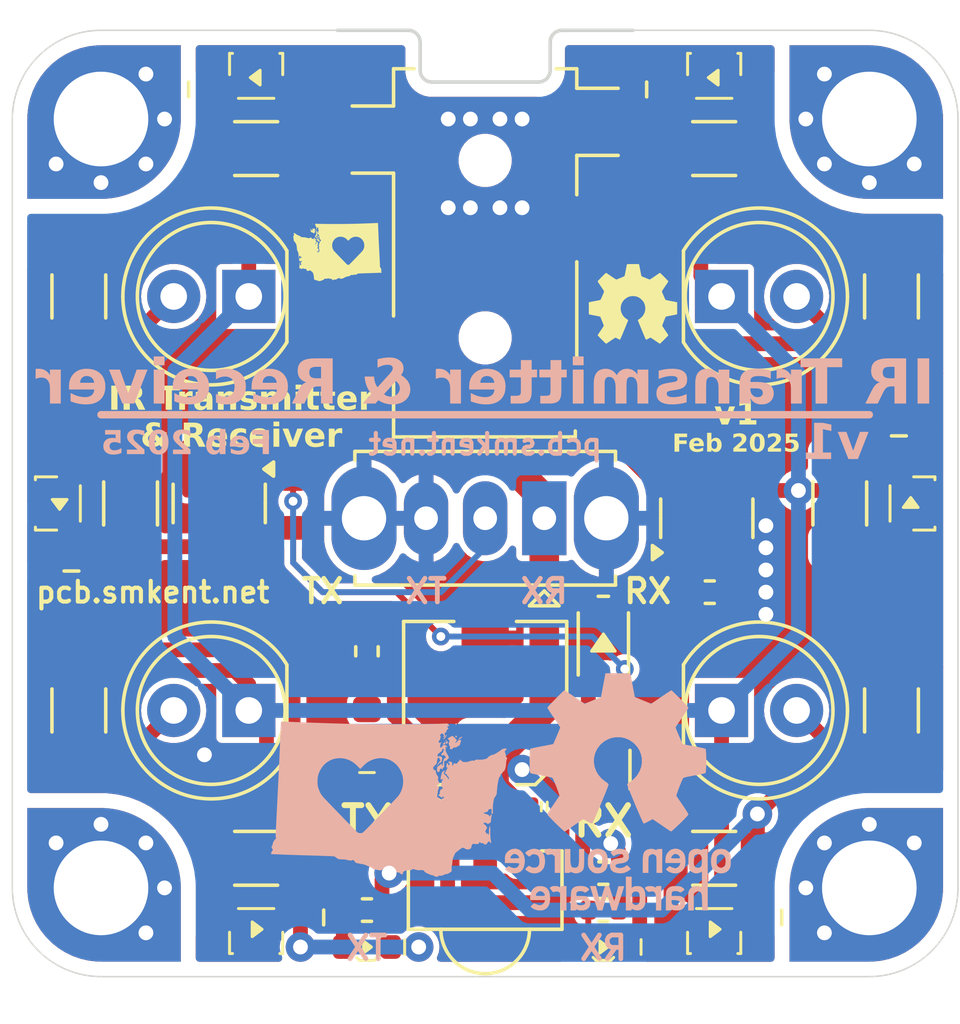
<source format=kicad_pcb>
(kicad_pcb (version 20240108) (generator "pcbnew") (generator_version "8.0")
  (layers (0 "F.Cu" signal) (31 "B.Cu" signal) (34 "B.Paste" user) (35 "F.Paste" user) (36 "B.SilkS" user "B.Silkscreen") (37 "F.SilkS" user "F.Silkscreen") (38 "B.Mask" user) (39 "F.Mask" user) (44 "Edge.Cuts" user))
  (net 0 "")
  (net 1 "IR_RX_OR_TX")
  (net 2 "GND")
  (net 4 "VCC")
  (net 5 "Net-(LED0-A)")
  (net 6 "/IR_RX")
  (net 7 "IR_TX_GND")
  (net 8 "IR_SELECT")
  (net 9 "IR_TX_VCC")
  (net 10 "Net-(SW1-B)")
  (net 11 "/TX_A_1")
  (net 12 "/TX_A_2")
  (net 13 "/TX_A_3")
  (net 14 "/TX_A_4")
  (net 15 "/TX_A_5")
  (net 16 "/TX_A_6")
  (net 17 "/TX_A_7")
  (net 18 "/TX_A_8")
  (net 19 "/TX_A_9")
  (net 20 "/TX_A_10")
  (net 21 "Net-(LED11-A)")
  (net 22 "Net-(LED12-A)")
  (net 23 "/IR_RX_OUT")
  (footprint "Resistor_SMD:R_1206_3216Metric" (layer "F.Cu") (at 43.75 24)
    (property "Reference" "R1" (hide yes))
    (property "Value" "51R")
    (pad "1" smd roundrect (at -1.4625 0) (size 1.125 1.75) (layers "F.Cu" "F.Paste" "F.Mask") (roundrect_rratio 0.222222) (net 9 "IR_TX_VCC"))
    (pad "2" smd roundrect (at 1.4625 0) (size 1.125 1.75) (layers "F.Cu" "F.Paste" "F.Mask") (roundrect_rratio 0.222222) (net 11 "/TX_A_1"))
  )
  (footprint "Resistor_SMD:R_1206_3216Metric" (layer "F.Cu") (at 28.25 24)
    (property "Reference" "R6" (hide yes))
    (property "Value" "51R")
    (pad "1" smd roundrect (at -1.4625 0) (size 1.125 1.75) (layers "F.Cu" "F.Paste" "F.Mask") (roundrect_rratio 0.222222) (net 9 "IR_TX_VCC"))
    (pad "2" smd roundrect (at 1.4625 0) (size 1.125 1.75) (layers "F.Cu" "F.Paste" "F.Mask") (roundrect_rratio 0.222222) (net 16 "/TX_A_6"))
  )
  (footprint "Resistor_SMD:R_1206_3216Metric" (layer "F.Cu") (at 22.25 43 -90)
    (property "Reference" "R9" (hide yes))
    (property "Value" "51R")
    (pad "1" smd roundrect (at -1.4625 0 270) (size 1.125 1.75) (layers "F.Cu" "F.Paste" "F.Mask") (roundrect_rratio 0.222222) (net 9 "IR_TX_VCC"))
    (pad "2" smd roundrect (at 1.4625 0 270) (size 1.125 1.75) (layers "F.Cu" "F.Paste" "F.Mask") (roundrect_rratio 0.222222) (net 19 "/TX_A_9"))
  )
  (footprint "electromechanical:SW_Slide_SPDT_Straight_CK_OS102011MS2Q" (layer "F.Cu") (at 38 36.5 180)
    (property "Reference" "SW1" (hide yes))
    (property "Value" "SW_SPDT_MountingPin")
    (pad "1" thru_hole rect (at 0 0 180) (size 1.5 2.5) (drill 0.8) (layers "*.Cu" "*.Mask") (net 4 "VCC"))
    (pad "2" thru_hole oval (at 2 0 180) (size 1.5 2.5) (drill 0.8) (layers "*.Cu" "*.Mask") (net 10 "Net-(SW1-B)"))
    (pad "3" thru_hole oval (at 4 0 180) (size 1.5 2.5) (drill 0.8) (layers "*.Cu" "*.Mask") (net 2 "GND"))
    (pad "MP" thru_hole oval (at -2.1 0 180) (size 2.2 3.5) (drill 1.5) (layers "*.Cu" "*.Mask") (net 2 "GND"))
    (pad "MP" thru_hole oval (at 6.1 0 180) (size 2.2 3.5) (drill 1.5) (layers "*.Cu" "*.Mask") (net 2 "GND"))
  )
  (footprint "graphics:wa-state-heart-3mm" (layer "F.Cu") (at 31 27.5)
    (property "Reference" "G***" (hide yes))
    (property "Value" "LOGO" (hide yes))
  )
  (footprint "discrete:LED_IR_SideEmitter_1206_3216Metric" (layer "F.Cu") (at 28.25 22)
    (property "Reference" "LED6" (hide yes))
    (property "Value" "XYC-IR26C-LX4")
    (pad "1" smd roundrect (at -1.4 0) (size 1.25 0.6) (layers "F.Cu" "F.Paste" "F.Mask") (roundrect_rratio 0.2) (net 7 "IR_TX_GND"))
    (pad "2" smd roundrect (at 1.4 0) (size 1.25 0.6) (layers "F.Cu" "F.Paste" "F.Mask") (roundrect_rratio 0.2) (net 16 "/TX_A_6"))
  )
  (footprint "discrete:LED_SideEmitter_1.7x1.1mm" (layer "F.Cu") (at 32 51 180)
    (property "Reference" "LED11" (hide yes))
    (property "Value" "XL-1606SURC")
    (pad "1" smd roundrect (at -0.8 0 270) (size 0.8 0.7) (layers "F.Cu" "F.Paste" "F.Mask") (net 7 "IR_TX_GND"))
    (pad "2" smd roundrect (at 0.8 0 270) (size 0.8 0.7) (layers "F.Cu" "F.Paste" "F.Mask") (net 21 "Net-(LED11-A)"))
  )
  (footprint "discrete:R_0603_1608Metric" (layer "F.Cu") (at 29.5 36 90)
    (property "Reference" "R14" (hide yes))
    (property "Value" "100R")
    (pad "1" smd roundrect (at -0.825 0 90) (size 0.8 0.95) (layers "F.Cu" "F.Paste" "F.Mask") (net 8 "IR_SELECT"))
    (pad "2" smd roundrect (at 0.825 0 90) (size 0.8 0.95) (layers "F.Cu" "F.Paste" "F.Mask") (net 10 "Net-(SW1-B)"))
  )
  (footprint "mechanical:MountingHole_3.2mm_M3_5.4mm_Pad_Via_corner" (layer "F.Cu") (at 23 23 -90)
    (property "Reference" "REF**" (hide yes))
    (property "Value" "MountingHole_3.2mm_M3_5.4mm_Pad_Via_corner" (hide yes))
    (pad "1" thru_hole circle (at -1.52 -1.52 270) (size 0.6 0.6) (drill 0.5) (layers "*.Cu" "*.Mask"))
    (pad "1" thru_hole circle (at 0 -2.15 270) (size 0.6 0.6) (drill 0.5) (layers "*.Cu" "*.Mask"))
    (pad "1" thru_hole custom (at 0 0 270) (size 4.99 5) (drill 3.2) (layers "*.Cu" "*.Mask") (clearance 0.5) (options (clearance outline) (anchor circle)) (primitives (gr_poly (pts (arc (start 2.7 0) (mid 1.909188 -1.909188) (end 0 -2.7)) (xy -2.495 -2.7) (xy -2.495 0) (xy 0 2.495) (xy 2.7 2.495)) (width 0) (fill yes))))
    (pad "1" thru_hole circle (at 1.52 -1.52 270) (size 0.6 0.6) (drill 0.5) (layers "*.Cu" "*.Mask"))
    (pad "1" thru_hole circle (at 1.52 1.52 270) (size 0.6 0.6) (drill 0.5) (layers "*.Cu" "*.Mask"))
    (pad "1" thru_hole circle (at 2.15 0 270) (size 0.6 0.6) (drill 0.5) (layers "*.Cu" "*.Mask"))
  )
  (footprint "discrete:C_0402_1005Metric" (layer "F.Cu") (at 38 46.25)
    (property "Reference" "C2" (hide yes))
    (property "Value" "1u")
    (pad "1" smd roundrect (at -0.48 0) (size 0.56 0.62) (layers "F.Cu" "F.Paste" "F.Mask") (net 4 "VCC"))
    (pad "2" smd roundrect (at 0.48 0) (size 0.56 0.62) (layers "F.Cu" "F.Paste" "F.Mask") (net 2 "GND"))
  )
  (footprint "mechanical:MountingHole_3.2mm_M3_5.4mm_Pad_Via_corner" (layer "F.Cu") (at 23 49)
    (property "Reference" "REF**" (hide yes))
    (property "Value" "MountingHole_3.2mm_M3_5.4mm_Pad_Via_corner" (hide yes))
    (pad "1" thru_hole circle (at -1.52 -1.52) (size 0.6 0.6) (drill 0.5) (layers "*.Cu" "*.Mask"))
    (pad "1" thru_hole circle (at 0 -2.15) (size 0.6 0.6) (drill 0.5) (layers "*.Cu" "*.Mask"))
    (pad "1" thru_hole custom (at 0 0) (size 4.99 5) (drill 3.2) (layers "*.Cu" "*.Mask") (clearance 0.5) (options (clearance outline) (anchor circle)) (primitives (gr_poly (pts (arc (start 2.7 0) (mid 1.909188 -1.909188) (end 0 -2.7)) (xy -2.495 -2.7) (xy -2.495 0) (xy 0 2.495) (xy 2.7 2.495)) (width 0) (fill yes))))
    (pad "1" thru_hole circle (at 1.52 -1.52) (size 0.6 0.6) (drill 0.5) (layers "*.Cu" "*.Mask"))
    (pad "1" thru_hole circle (at 1.52 1.52) (size 0.6 0.6) (drill 0.5) (layers "*.Cu" "*.Mask"))
    (pad "1" thru_hole circle (at 2.15 0) (size 0.6 0.6) (drill 0.5) (layers "*.Cu" "*.Mask"))
  )
  (footprint "Resistor_SMD:R_1206_3216Metric" (layer "F.Cu") (at 28.25 48 180)
    (property "Reference" "R4" (hide yes))
    (property "Value" "51R")
    (pad "1" smd roundrect (at -1.4625 0 180) (size 1.125 1.75) (layers "F.Cu" "F.Paste" "F.Mask") (roundrect_rratio 0.222222) (net 9 "IR_TX_VCC"))
    (pad "2" smd roundrect (at 1.4625 0 180) (size 1.125 1.75) (layers "F.Cu" "F.Paste" "F.Mask") (roundrect_rratio 0.222222) (net 14 "/TX_A_4"))
  )
  (footprint "discrete:LED_0603_1608Metric" (layer "F.Cu") (at 32 43.75 90)
    (property "Reference" "LED12" (hide yes))
    (property "Value" "Warm White")
    (pad "1" smd roundrect (at -0.7875 0 90) (size 0.875 0.95) (layers "F.Cu" "F.Paste" "F.Mask") (net 2 "GND"))
    (pad "2" smd roundrect (at 0.7875 0 90) (size 0.875 0.95) (layers "F.Cu" "F.Paste" "F.Mask") (net 22 "Net-(LED12-A)"))
  )
  (footprint "discrete:LED_IR_SideEmitter_1206_3216Metric" (layer "F.Cu") (at 50 36 -90)
    (property "Reference" "LED2" (hide yes))
    (property "Value" "XYC-IR26C-LX4")
    (pad "1" smd roundrect (at -1.4 0 270) (size 1.25 0.6) (layers "F.Cu" "F.Paste" "F.Mask") (roundrect_rratio 0.2) (net 7 "IR_TX_GND"))
    (pad "2" smd roundrect (at 1.4 0 270) (size 1.25 0.6) (layers "F.Cu" "F.Paste" "F.Mask") (roundrect_rratio 0.2) (net 12 "/TX_A_2"))
  )
  (footprint "discrete:LED_IR_SideEmitter_1206_3216Metric" (layer "F.Cu") (at 43.75 22)
    (property "Reference" "LED1" (hide yes))
    (property "Value" "XYC-IR26C-LX4")
    (pad "1" smd roundrect (at -1.4 0) (size 1.25 0.6) (layers "F.Cu" "F.Paste" "F.Mask") (roundrect_rratio 0.2) (net 7 "IR_TX_GND"))
    (pad "2" smd roundrect (at 1.4 0) (size 1.25 0.6) (layers "F.Cu" "F.Paste" "F.Mask") (roundrect_rratio 0.2) (net 11 "/TX_A_1"))
  )
  (footprint "mechanical:MountingHole_3.2mm_M3_5.4mm_Pad_Via_corner" (layer "F.Cu") (at 49 49 90)
    (property "Reference" "REF**" (hide yes))
    (property "Value" "MountingHole_3.2mm_M3_5.4mm_Pad_Via_corner" (hide yes))
    (pad "1" thru_hole circle (at -1.52 -1.52 90) (size 0.6 0.6) (drill 0.5) (layers "*.Cu" "*.Mask"))
    (pad "1" thru_hole circle (at 0 -2.15 90) (size 0.6 0.6) (drill 0.5) (layers "*.Cu" "*.Mask"))
    (pad "1" thru_hole custom (at 0 0 90) (size 4.99 5) (drill 3.2) (layers "*.Cu" "*.Mask") (clearance 0.5) (options (clearance outline) (anchor circle)) (primitives (gr_poly (pts (arc (start 2.7 0) (mid 1.909188 -1.909188) (end 0 -2.7)) (xy -2.495 -2.7) (xy -2.495 0) (xy 0 2.495) (xy 2.7 2.495)) (width 0) (fill yes))))
    (pad "1" thru_hole circle (at 1.52 -1.52 90) (size 0.6 0.6) (drill 0.5) (layers "*.Cu" "*.Mask"))
    (pad "1" thru_hole circle (at 1.52 1.52 90) (size 0.6 0.6) (drill 0.5) (layers "*.Cu" "*.Mask"))
    (pad "1" thru_hole circle (at 2.15 0 90) (size 0.6 0.6) (drill 0.5) (layers "*.Cu" "*.Mask"))
  )
  (footprint "Resistor_SMD:R_0402_1005Metric" (layer "F.Cu") (at 40 43)
    (property "Reference" "R12" (hide yes))
    (property "Value" "1K")
    (pad "1" smd roundrect (at -0.51 0) (size 0.54 0.64) (layers "F.Cu" "F.Paste" "F.Mask") (net 23 "/IR_RX_OUT"))
    (pad "2" smd roundrect (at 0.51 0) (size 0.54 0.64) (layers "F.Cu" "F.Paste" "F.Mask") (net 8 "IR_SELECT"))
  )
  (footprint "Package_TO_SOT_SMD:SOT-23" (layer "F.Cu") (at 43.5 36.5 90)
    (property "Reference" "Q3" (hide yes))
    (property "Value" "DMG6968U")
    (pad "1" smd roundrect (at -0.9375 -0.95 90) (size 1.475 0.6) (layers "F.Cu" "F.Paste" "F.Mask") (net 1 "IR_RX_OR_TX"))
    (pad "2" smd roundrect (at -0.9375 0.95 90) (size 1.475 0.6) (layers "F.Cu" "F.Paste" "F.Mask") (net 2 "GND"))
    (pad "3" smd roundrect (at 0.9375 0 90) (size 1.475 0.6) (layers "F.Cu" "F.Paste" "F.Mask") (net 7 "IR_TX_GND"))
  )
  (footprint "LED_THT:LED_D5.0mm_IRGrey" (layer "F.Cu") (at 44 29)
    (property "Reference" "LED7" (hide yes))
    (property "Value" "DY-IR333-A")
    (pad "1" thru_hole rect (at 0 0) (size 1.8 1.8) (drill 0.9) (layers "*.Cu" "*.Mask") (net 7 "IR_TX_GND"))
    (pad "2" thru_hole circle (at 2.54 0) (size 1.8 1.8) (drill 0.9) (layers "*.Cu" "*.Mask") (net 17 "/TX_A_7"))
  )
  (footprint "Resistor_SMD:R_0402_1005Metric" (layer "F.Cu") (at 32 49.75 180)
    (property "Reference" "R15" (hide yes))
    (property "Value" "1K")
    (pad "1" smd roundrect (at -0.51 0 180) (size 0.54 0.64) (layers "F.Cu" "F.Paste" "F.Mask") (net 9 "IR_TX_VCC"))
    (pad "2" smd roundrect (at 0.51 0 180) (size 0.54 0.64) (layers "F.Cu" "F.Paste" "F.Mask") (net 21 "Net-(LED11-A)"))
  )
  (footprint "Resistor_SMD:R_0402_1005Metric" (layer "F.Cu") (at 32 41 90)
    (property "Reference" "R16" (hide yes))
    (property "Value" "5K1")
    (pad "1" smd roundrect (at -0.51 0 90) (size 0.54 0.64) (layers "F.Cu" "F.Paste" "F.Mask") (net 22 "Net-(LED12-A)"))
    (pad "2" smd roundrect (at 0.51 0 90) (size 0.54 0.64) (layers "F.Cu" "F.Paste" "F.Mask") (net 4 "VCC"))
  )
  (footprint "graphics:oshw-logo-3mm" (layer "F.Cu") (at 41 29.25)
    (property "Reference" "G***" (hide yes))
    (property "Value" "LOGO" (hide yes))
  )
  (footprint "Resistor_SMD:R_0402_1005Metric" (layer "F.Cu") (at 43.6 39 180)
    (property "Reference" "R13" (hide yes))
    (property "Value" "1K")
    (pad "1" smd roundrect (at -0.51 0 180) (size 0.54 0.64) (layers "F.Cu" "F.Paste" "F.Mask") (net 2 "GND"))
    (pad "2" smd roundrect (at 0.51 0 180) (size 0.54 0.64) (layers "F.Cu" "F.Paste" "F.Mask") (net 1 "IR_RX_OR_TX"))
  )
  (footprint "Resistor_SMD:R_1206_3216Metric" (layer "F.Cu") (at 22.25 29 -90)
    (property "Reference" "R10" (hide yes))
    (property "Value" "51R")
    (pad "1" smd roundrect (at -1.4625 0 270) (size 1.125 1.75) (layers "F.Cu" "F.Paste" "F.Mask") (roundrect_rratio 0.222222) (net 9 "IR_TX_VCC"))
    (pad "2" smd roundrect (at 1.4625 0 270) (size 1.125 1.75) (layers "F.Cu" "F.Paste" "F.Mask") (roundrect_rratio 0.222222) (net 20 "/TX_A_10"))
  )
  (footprint "discrete:LED_IR_SideEmitter_1206_3216Metric" (layer "F.Cu") (at 43.75 50 180)
    (property "Reference" "LED3" (hide yes))
    (property "Value" "XYC-IR26C-LX4")
    (pad "1" smd roundrect (at -1.4 0 180) (size 1.25 0.6) (layers "F.Cu" "F.Paste" "F.Mask") (roundrect_rratio 0.2) (net 7 "IR_TX_GND"))
    (pad "2" smd roundrect (at 1.4 0 180) (size 1.25 0.6) (layers "F.Cu" "F.Paste" "F.Mask") (roundrect_rratio 0.2) (net 13 "/TX_A_3"))
  )
  (footprint "LED_THT:LED_D5.0mm_IRGrey" (layer "F.Cu") (at 28 29 180)
    (property "Reference" "LED10" (hide yes))
    (property "Value" "DY-IR333-A")
    (pad "1" thru_hole rect (at 0 0 180) (size 1.8 1.8) (drill 0.9) (layers "*.Cu" "*.Mask") (net 7 "IR_TX_GND"))
    (pad "2" thru_hole circle (at 2.54 0 180) (size 1.8 1.8) (drill 0.9) (layers "*.Cu" "*.Mask") (net 20 "/TX_A_10"))
  )
  (footprint "discrete:LED_SideEmitter_1.7x1.1mm" (layer "F.Cu") (at 40 51 180)
    (property "Reference" "LED0" (hide yes))
    (property "Value" "XL-1606UBC")
    (pad "1" smd roundrect (at -0.8 0 270) (size 0.8 0.7) (layers "F.Cu" "F.Paste" "F.Mask") (net 6 "/IR_RX"))
    (pad "2" smd roundrect (at 0.8 0 270) (size 0.8 0.7) (layers "F.Cu" "F.Paste" "F.Mask") (net 5 "Net-(LED0-A)"))
  )
  (footprint "package:SOT-523" (layer "F.Cu") (at 40 45 -90)
    (property "Reference" "Q1" (hide yes))
    (property "Value" "G2N7002X")
    (pad "1" smd roundrect (at -0.645 -0.5 90) (size 0.51 0.4) (layers "F.Cu" "F.Paste" "F.Mask") (net 8 "IR_SELECT"))
    (pad "2" smd roundrect (at -0.645 0.5 90) (size 0.51 0.4) (layers "F.Cu" "F.Paste" "F.Mask") (net 23 "/IR_RX_OUT"))
    (pad "3" smd roundrect (at 0.645 0 90) (size 0.51 0.4) (layers "F.Cu" "F.Paste" "F.Mask") (net 6 "/IR_RX"))
  )
  (footprint "Resistor_SMD:R_1206_3216Metric" (layer "F.Cu") (at 24 36 90)
    (property "Reference" "R5" (hide yes))
    (property "Value" "51R")
    (pad "1" smd roundrect (at -1.4625 0 90) (size 1.125 1.75) (layers "F.Cu" "F.Paste" "F.Mask") (roundrect_rratio 0.222222) (net 9 "IR_TX_VCC"))
    (pad "2" smd roundrect (at 1.4625 0 90) (size 1.125 1.75) (layers "F.Cu" "F.Paste" "F.Mask") (roundrect_rratio 0.222222) (net 15 "/TX_A_5"))
  )
  (footprint "package:D_SOD-323" (layer "F.Cu") (at 40 40.75 -90)
    (property "Reference" "D1" (hide yes))
    (property "Value" "1N4148WS")
    (pad "1" smd roundrect (at -1.05 0 270) (size 0.6 0.45) (layers "F.Cu" "F.Paste" "F.Mask") (net 1 "IR_RX_OR_TX"))
    (pad "2" smd roundrect (at 1.05 0 270) (size 0.6 0.45) (layers "F.Cu" "F.Paste" "F.Mask") (net 23 "/IR_RX_OUT"))
  )
  (footprint "Resistor_SMD:R_1206_3216Metric" (layer "F.Cu") (at 49.75 43 -90)
    (property "Reference" "R8" (hide yes))
    (property "Value" "51R")
    (pad "1" smd roundrect (at -1.4625 0 270) (size 1.125 1.75) (layers "F.Cu" "F.Paste" "F.Mask") (roundrect_rratio 0.222222) (net 9 "IR_TX_VCC"))
    (pad "2" smd roundrect (at 1.4625 0 270) (size 1.125 1.75) (layers "F.Cu" "F.Paste" "F.Mask") (roundrect_rratio 0.222222) (net 18 "/TX_A_8"))
  )
  (footprint "Package_TO_SOT_SMD:SOT-23" (layer "F.Cu") (at 27 36 -90)
    (property "Reference" "Q2" (hide yes))
    (property "Value" "DMP1045U")
    (pad "1" smd roundrect (at -0.9375 -0.95 270) (size 1.475 0.6) (layers "F.Cu" "F.Paste" "F.Mask") (net 8 "IR_SELECT"))
    (pad "2" smd roundrect (at -0.9375 0.95 270) (size 1.475 0.6) (layers "F.Cu" "F.Paste" "F.Mask") (net 4 "VCC"))
    (pad "3" smd roundrect (at 0.9375 0 270) (size 1.475 0.6) (layers "F.Cu" "F.Paste" "F.Mask") (net 9 "IR_TX_VCC"))
  )
  (footprint "Resistor_SMD:R_1206_3216Metric" (layer "F.Cu") (at 43.75 48 180)
    (property "Reference" "R3" (hide yes))
    (property "Value" "51R")
    (pad "1" smd roundrect (at -1.4625 0 180) (size 1.125 1.75) (layers "F.Cu" "F.Paste" "F.Mask") (roundrect_rratio 0.222222) (net 9 "IR_TX_VCC"))
    (pad "2" smd roundrect (at 1.4625 0 180) (size 1.125 1.75) (layers "F.Cu" "F.Paste" "F.Mask") (roundrect_rratio 0.222222) (net 13 "/TX_A_3"))
  )
  (footprint "LED_THT:LED_D5.0mm_IRGrey" (layer "F.Cu") (at 28 43 180)
    (property "Reference" "LED9" (hide yes))
    (property "Value" "DY-IR333-A")
    (pad "1" thru_hole rect (at 0 0 180) (size 1.8 1.8) (drill 0.9) (layers "*.Cu" "*.Mask") (net 7 "IR_TX_GND"))
    (pad "2" thru_hole circle (at 2.54 0 180) (size 1.8 1.8) (drill 0.9) (layers "*.Cu" "*.Mask") (net 19 "/TX_A_9"))
  )
  (footprint "Resistor_SMD:R_1206_3216Metric" (layer "F.Cu") (at 49.75 29 -90)
    (property "Reference" "R7" (hide yes))
    (property "Value" "51R")
    (pad "1" smd roundrect (at -1.4625 0 270) (size 1.125 1.75) (layers "F.Cu" "F.Paste" "F.Mask") (roundrect_rratio 0.222222) (net 9 "IR_TX_VCC"))
    (pad "2" smd roundrect (at 1.4625 0 270) (size 1.125 1.75) (layers "F.Cu" "F.Paste" "F.Mask") (roundrect_rratio 0.222222) (net 17 "/TX_A_7"))
  )
  (footprint "package:IRM_5.0mmx4.2mm_P1.27mm_Horizontal" (layer "F.Cu") (at 36 47.75)
    (property "Reference" "U1" (hide yes))
    (property "Value" "DY-IRMHA384")
    (pad "1" smd roundrect (at -1.27 0) (size 0.8 1.5) (layers "F.Cu" "F.Paste" "F.Mask") (net 6 "/IR_RX"))
    (pad "2" smd roundrect (at 0 0) (size 0.8 1.5) (layers "F.Cu" "F.Paste" "F.Mask") (net 2 "GND"))
    (pad "3" smd roundrect (at 1.27 0) (size 0.8 1.5) (layers "F.Cu" "F.Paste" "F.Mask") (net 4 "VCC"))
  )
  (footprint "discrete:LED_IR_SideEmitter_1206_3216Metric" (layer "F.Cu") (at 22 36 90)
    (property "Reference" "LED5" (hide yes))
    (property "Value" "XYC-IR26C-LX4")
    (pad "1" smd roundrect (at -1.4 0 90) (size 1.25 0.6) (layers "F.Cu" "F.Paste" "F.Mask") (roundrect_rratio 0.2) (net 7 "IR_TX_GND"))
    (pad "2" smd roundrect (at 1.4 0 90) (size 1.25 0.6) (layers "F.Cu" "F.Paste" "F.Mask") (roundrect_rratio 0.2) (net 15 "/TX_A_5"))
  )
  (footprint "Resistor_SMD:R_1206_3216Metric" (layer "F.Cu") (at 48 36 -90)
    (property "Reference" "R2" (hide yes))
    (property "Value" "51R")
    (pad "1" smd roundrect (at -1.4625 0 270) (size 1.125 1.75) (layers "F.Cu" "F.Paste" "F.Mask") (roundrect_rratio 0.222222) (net 9 "IR_TX_VCC"))
    (pad "2" smd roundrect (at 1.4625 0 270) (size 1.125 1.75) (layers "F.Cu" "F.Paste" "F.Mask") (roundrect_rratio 0.222222) (net 12 "/TX_A_2"))
  )
  (footprint "LED_THT:LED_D5.0mm_IRGrey" (layer "F.Cu") (at 44 43)
    (property "Reference" "LED8" (hide yes))
    (property "Value" "DY-IR333-A")
    (pad "1" thru_hole rect (at 0 0) (size 1.8 1.8) (drill 0.9) (layers "*.Cu" "*.Mask") (net 7 "IR_TX_GND"))
    (pad "2" thru_hole circle (at 2.54 0) (size 1.8 1.8) (drill 0.9) (layers "*.Cu" "*.Mask") (net 18 "/TX_A_8"))
  )
  (footprint "Resistor_SMD:R_0402_1005Metric" (layer "F.Cu") (at 40 48.5)
    (property "Reference" "R11" (hide yes))
    (property "Value" "1K")
    (pad "1" smd roundrect (at -0.51 0) (size 0.54 0.64) (layers "F.Cu" "F.Paste" "F.Mask") (net 6 "/IR_RX"))
    (pad "2" smd roundrect (at 0.51 0) (size 0.54 0.64) (layers "F.Cu" "F.Paste" "F.Mask") (net 4 "VCC"))
  )
  (footprint "mechanical:MountingHole_3.2mm_M3_5.4mm_Pad_Via_corner" (layer "F.Cu") (at 49 23 180)
    (property "Reference" "REF**" (hide yes))
    (property "Value" "MountingHole_3.2mm_M3_5.4mm_Pad_Via_corner" (hide yes))
    (pad "1" thru_hole circle (at -1.52 -1.52 180) (size 0.6 0.6) (drill 0.5) (layers "*.Cu" "*.Mask"))
    (pad "1" thru_hole circle (at 0 -2.15 180) (size 0.6 0.6) (drill 0.5) (layers "*.Cu" "*.Mask"))
    (pad "1" thru_hole custom (at 0 0 180) (size 4.99 5) (drill 3.2) (layers "*.Cu" "*.Mask") (clearance 0.5) (options (clearance outline) (anchor circle)) (primitives (gr_poly (pts (arc (start 2.7 0) (mid 1.909188 -1.909188) (end 0 -2.7)) (xy -2.495 -2.7) (xy -2.495 0) (xy 0 2.495) (xy 2.7 2.495)) (width 0) (fill yes))))
    (pad "1" thru_hole circle (at 1.52 -1.52 180) (size 0.6 0.6) (drill 0.5) (layers "*.Cu" "*.Mask"))
    (pad "1" thru_hole circle (at 1.52 1.52 180) (size 0.6 0.6) (drill 0.5) (layers "*.Cu" "*.Mask"))
    (pad "1" thru_hole circle (at 2.15 0 180) (size 0.6 0.6) (drill 0.5) (layers "*.Cu" "*.Mask"))
  )
  (footprint "connector:Jack_3.5mm_PJ-327U-SMT_Horizontal_EdgeCut" (layer "F.Cu") (at 36 28)
    (property "Reference" "J1" (hide yes))
    (property "Value" "PJ-327U")
    (fp_line (start -2.6 -8) (end -5 -8) (stroke (width 0.12)) (layer "Edge.Cuts"))
    (fp_line (start -2.2 -6.65) (end -2.2 -7.6) (stroke (width 0.12)) (layer "Edge.Cuts"))
    (fp_line (start -1.8 -6.25) (end 1.8 -6.25) (stroke (width 0.12)) (layer "Edge.Cuts"))
    (fp_line (start 2.2 -6.65) (end 2.2 -7.6) (stroke (width 0.12)) (layer "Edge.Cuts"))
    (fp_line (start 2.6 -8) (end 5 -8) (stroke (width 0.12)) (layer "Edge.Cuts"))
    (fp_arc (start -2.6 -8) (mid -2.317157 -7.882843) (end -2.2 -7.6) (stroke (width 0.12)) (layer "Edge.Cuts"))
    (fp_arc (start -1.8 -6.25) (mid -2.082843 -6.367157) (end -2.2 -6.65) (stroke (width 0.12)) (layer "Edge.Cuts"))
    (fp_arc (start 2.2 -7.6) (mid 2.317157 -7.882843) (end 2.6 -8) (stroke (width 0.12)) (layer "Edge.Cuts"))
    (fp_arc (start 2.2 -6.65) (mid 2.082843 -6.367157) (end 1.8 -6.25) (stroke (width 0.12)) (layer "Edge.Cuts"))
    (pad "" np_thru_hole circle (at 0 -3.6) (size 1.3 1.3) (drill 1.3) (layers "*.Cu" "*.Mask"))
    (pad "" np_thru_hole circle (at 0 2.4) (size 1.3 1.3) (drill 1.3) (layers "*.Cu" "*.Mask"))
    (pad "R" smd roundrect (at 3.5 -1.3 90) (size 1.8 2.9) (layers "F.Cu" "F.Paste" "F.Mask") (net 4 "VCC"))
    (pad "S" smd roundrect (at -3.5 -4.3 90) (size 1.8 2.9) (layers "F.Cu" "F.Paste" "F.Mask") (net 2 "GND"))
    (pad "S" smd roundrect (at 3.5 -4.9 90) (size 1.8 2.9) (layers "F.Cu" "F.Paste" "F.Mask") (net 2 "GND"))
    (pad "T" smd roundrect (at -3.5 2.8 90) (size 1.8 2.9) (layers "F.Cu" "F.Paste" "F.Mask") (net 1 "IR_RX_OR_TX"))
    (pad "TN" smd roundrect (at 3.5 4.4 90) (size 1.8 2.9) (layers "F.Cu" "F.Paste" "F.Mask"))
  )
  (footprint "Resistor_SMD:R_0402_1005Metric" (layer "F.Cu") (at 40 49.75)
    (property "Reference" "R0" (hide yes))
    (property "Value" "5K1")
    (pad "1" smd roundrect (at -0.51 0) (size 0.54 0.64) (layers "F.Cu" "F.Paste" "F.Mask") (net 5 "Net-(LED0-A)"))
    (pad "2" smd roundrect (at 0.51 0) (size 0.54 0.64) (layers "F.Cu" "F.Paste" "F.Mask") (net 4 "VCC"))
  )
  (footprint "discrete:LED_IR_SideEmitter_1206_3216Metric" (layer "F.Cu") (at 28.25 50 180)
    (property "Reference" "LED4" (hide yes))
    (property "Value" "XYC-IR26C-LX4")
    (pad "1" smd roundrect (at -1.4 0 180) (size 1.25 0.6) (layers "F.Cu" "F.Paste" "F.Mask") (roundrect_rratio 0.2) (net 7 "IR_TX_GND"))
    (pad "2" smd roundrect (at 1.4 0 180) (size 1.25 0.6) (layers "F.Cu" "F.Paste" "F.Mask") (roundrect_rratio 0.2) (net 14 "/TX_A_4"))
  )
  (footprint "Capacitor_SMD:CP_Elec_5x5.4" (layer "F.Cu") (at 36 42.75 90)
    (property "Reference" "C1" (hide yes))
    (property "Value" "100u")
    (pad "1" smd roundrect (at -2.2 0 90) (size 3 1.6) (layers "F.Cu" "F.Paste" "F.Mask") (roundrect_rratio 0.15625) (net 4 "VCC"))
    (pad "2" smd roundrect (at 2.2 0 90) (size 3 1.6) (layers "F.Cu" "F.Paste" "F.Mask") (roundrect_rratio 0.15625) (net 2 "GND"))
  )
  (footprint "graphics:wa-state-heart-8mm" (layer "B.Cu") (at 32.75 46 180)
    (property "Reference" "G***" (hide yes))
    (property "Value" "LOGO" (hide yes))
  )
  (footprint "Symbol:OSHW-Logo_7.5x8mm_SilkScreen" (layer "B.Cu") (at 40.5 45.75 180)
    (property "Reference" "REF**" (hide yes))
    (property "Value" "OSHW-Logo_7.5x8mm_SilkScreen" (hide yes))
  )
  (gr_line (start 49 33) (end 23 33) (stroke (width 0.25)) (layer "B.SilkS"))
  (gr_line (start 49 52) (end 23 52) (stroke (width 0.05)) (layer "Edge.Cuts"))
  (gr_line (start 52 23) (end 52 49) (stroke (width 0.05)) (layer "Edge.Cuts"))
  (gr_line (start 41 20) (end 49 20) (stroke (width 0.05)) (layer "Edge.Cuts"))
  (gr_arc (start 49 20) (mid 51.12132 20.87868) (end 52 23) (stroke (width 0.05)) (layer "Edge.Cuts"))
  (gr_line (start 23 20) (end 31 20) (stroke (width 0.05)) (layer "Edge.Cuts"))
  (gr_arc (start 20 23) (mid 20.87868 20.87868) (end 23 20) (stroke (width 0.05)) (layer "Edge.Cuts"))
  (gr_arc (start 23 52) (mid 20.87868 51.12132) (end 20 49) (stroke (width 0.05)) (layer "Edge.Cuts"))
  (gr_arc (start 52 49) (mid 51.12132 51.12132) (end 49 52) (stroke (width 0.05)) (layer "Edge.Cuts"))
  (gr_line (start 20 49) (end 20 23) (stroke (width 0.05)) (layer "Edge.Cuts"))
  (gr_text "RX" (at 40 51.5 0) (layer "B.SilkS") (effects (font (size 0.8 0.8) (thickness 0.16) (bold yes)) (justify bottom mirror)))
  (gr_text "IR Transmitter & Receiver" (at 36 32 -0) (layer "B.SilkS") (effects (font (size 1.5 1.5) (thickness 0.3) (bold yes)) (justify mirror)))
  (gr_text "TX" (at 34 38.5 0) (layer "B.SilkS") (effects (font (size 0.8 0.8) (thickness 0.16) (bold yes)) (justify top mirror)))
  (gr_text "Feb 2025" (at 23 34 -0) (layer "B.SilkS") (effects (font (size 0.8 0.8) (thickness 0.24) (bold yes)) (justify right mirror)))
  (gr_text "RX" (at 38 38.5 0) (layer "B.SilkS") (effects (font (size 0.8 0.8) (thickness 0.16) (bold yes)) (justify top mirror)))
  (gr_text "TX" (at 32 51.5 0) (layer "B.SilkS") (effects (font (size 0.8 0.8) (thickness 0.16) (bold yes)) (justify bottom mirror)))
  (gr_text "v1" (at 49 34 -0) (layer "B.SilkS") (effects (font (size 1.2 1.2) (thickness 0.24) (bold yes)) (justify left mirror)))
  (gr_text "pcb.smkent.net" (at 36 34 0) (layer "B.SilkS") (effects (font (size 0.7 0.7) (thickness 0.14) (bold yes)) (justify mirror)))
  (gr_text "RX" (at 41.5 38.5 0) (layer "F.SilkS") (effects (font (size 0.8 0.8) (thickness 0.16) (bold yes)) (justify top)))
  (gr_text "pcb.smkent.net" (at 24.75 39 -0) (layer "F.SilkS") (effects (font (size 0.7 0.7) (thickness 0.14) (bold yes))))
  (gr_text "& Receiver" (at 27.75 33.75 0) (layer "F.SilkS") (effects (font (size 0.8 0.8) (thickness 0.16) (bold yes))))
  (gr_text "IR Transmitter" (at 27.75 32.5 0) (layer "F.SilkS") (effects (font (size 0.8 0.8) (thickness 0.16) (bold yes))))
  (gr_text "RX" (at 40 46.75 0) (layer "F.SilkS") (effects (font (size 1 1) (thickness 0.2) (bold yes))))
  (gr_text "Feb 2025" (at 44.5 34 0) (layer "F.SilkS") (effects (font (size 0.6 0.6) (thickness 0.12) (bold yes))))
  (gr_text "TX" (at 32 46.75 0) (layer "F.SilkS") (effects (font (size 1 1) (thickness 0.2) (bold yes))))
  (gr_text "v1" (at 44.5 33 0) (layer "F.SilkS") (effects (font (size 0.8 0.8) (thickness 0.24) (bold yes))))
  (gr_text "TX" (at 30.5 38.5 0) (layer "F.SilkS") (effects (font (size 0.8 0.8) (thickness 0.16) (bold yes)) (justify top)))
  (segment (start 41.75 36.6375) (end 42.55 37.4375) (width 0.5) (layer "F.Cu") (net 1))
  (segment (start 40.692031 34.25) (end 41.75 35.307969) (width 0.5) (layer "F.Cu") (net 1))
  (segment (start 35.843502 33.25) (end 36.75 33.25) (width 0.5) (layer "F.Cu") (net 1))
  (segment (start 33.393502 30.8) (end 35.843502 33.25) (width 0.5) (layer "F.Cu") (net 1))
  (segment (start 36.75 33.25) (end 37.75 34.25) (width 0.5) (layer "F.Cu") (net 1))
  (segment (start 32.5 30.8) (end 33.393502 30.8) (width 0.5) (layer "F.Cu") (net 1))
  (segment (start 41.75 35.307969) (end 41.75 36.6375) (width 0.5) (layer "F.Cu") (net 1))
  (segment (start 37.75 34.25) (end 40.692031 34.25) (width 0.5) (layer "F.Cu") (net 1))
  (segment (start 43.09 39) (end 42.55 38.46) (width 0.5) (layer "F.Cu") (net 1))
  (segment (start 40 39.7) (end 42.39 39.7) (width 0.5) (layer "F.Cu") (net 1))
  (segment (start 42.55 38.46) (end 42.55 37.4375) (width 0.5) (layer "F.Cu") (net 1))
  (segment (start 42.39 39.7) (end 43.09 39) (width 0.5) (layer "F.Cu") (net 1))
  (segment (start 43.159448 36.6) (end 42.75 36.190552) (width 0.2) (layer "F.Cu") (net 2))
  (segment (start 34.75 46.284744) (end 34.75 45.75) (width 0.2) (layer "F.Cu") (net 2))
  (segment (start 44.11 39) (end 43.5 38.39) (width 0.2) (layer "F.Cu") (net 2))
  (segment (start 44.5 36.1125) (end 44.328052 36.1125) (width 0.2) (layer "F.Cu") (net 2))
  (segment (start 36 46.75) (end 35.215256 46.75) (width 0.2) (layer "F.Cu") (net 2))
  (segment (start 42.75 36.190552) (end 42.75 35.75) (width 0.2) (layer "F.Cu") (net 2))
  (segment (start 43.840552 36.6) (end 43.159448 36.6) (width 0.2) (layer "F.Cu") (net 2))
  (segment (start 43.5 38.39) (end 43.5 38.25) (width 0.2) (layer "F.Cu") (net 2))
  (segment (start 36 47.75) (end 36 46.75) (width 0.2) (layer "F.Cu") (net 2))
  (segment (start 44.45 37.4375) (end 44.45 38.66) (width 0.2) (layer "F.Cu") (net 2))
  (segment (start 44.45 36.1125) (end 44.5 36.1125) (width 0.2) (layer "F.Cu") (net 2))
  (segment (start 44.45 38.66) (end 44.11 39) (width 0.2) (layer "F.Cu") (net 2))
  (segment (start 44.45 37.4375) (end 44.45 36.1125) (width 0.2) (layer "F.Cu") (net 2))
  (segment (start 35.215256 46.75) (end 34.75 46.284744) (width 0.2) (layer "F.Cu") (net 2))
  (segment (start 44.328052 36.1125) (end 43.840552 36.6) (width 0.2) (layer "F.Cu") (net 2))
  (via (at 34.75 26) (size 1) (drill 0.5) (layers "F.Cu" "B.Cu") (net 2))
  (via (at 35.5 26) (size 1) (drill 0.5) (layers "F.Cu" "B.Cu") (net 2))
  (via (at 37.25 26) (size 1) (drill 0.5) (layers "F.Cu" "B.Cu") (net 2))
  (via (at 37.25 23) (size 1) (drill 0.5) (layers "F.Cu" "B.Cu") (net 2))
  (via (at 36.5 26) (size 1) (drill 0.5) (layers "F.Cu" "B.Cu") (net 2))
  (via (at 45.5 38.25) (size 1) (drill 0.5) (layers "F.Cu" "B.Cu") (net 2))
  (via (at 45.5 39.75) (size 1) (drill 0.5) (layers "F.Cu" "B.Cu") (net 2))
  (via (at 26.5 44.5) (size 1) (drill 0.5) (layers "F.Cu" "B.Cu") (net 2))
  (via (at 35.5 23) (size 1) (drill 0.5) (layers "F.Cu" "B.Cu") (net 2))
  (via (at 36.5 23) (size 1) (drill 0.5) (layers "F.Cu" "B.Cu") (net 2))
  (via (at 45.5 36.75) (size 1) (drill 0.5) (layers "F.Cu" "B.Cu") (net 2))
  (via (at 34.75 23) (size 1) (drill 0.5) (layers "F.Cu" "B.Cu") (net 2))
  (via (at 45.5 37.5) (size 1) (drill 0.5) (layers "F.Cu" "B.Cu") (net 2))
  (via (at 45.5 39) (size 1) (drill 0.5) (layers "F.Cu" "B.Cu") (net 2))
  (segment (start 37.2 44.95) (end 37.25 45) (width 0.5) (layer "F.Cu") (net 4))
  (segment (start 32.925 43.175) (end 34.7 44.95) (width 0.5) (layer "F.Cu") (net 4))
  (segment (start 32.131056 40.49) (end 32.925 41.283944) (width 0.5) (layer "F.Cu") (net 4))
  (segment (start 39.5 26.7) (end 38.247057 26.7) (width 1) (layer "F.Cu") (net 4))
  (segment (start 34.7 44.95) (end 36 44.95) (width 0.5) (layer "F.Cu") (net 4))
  (segment (start 40.51 49.75) (end 40.51 48.5) (width 0.5) (layer "F.Cu") (net 4))
  (segment (start 37.27 47.75) (end 37.27 46.5) (width 0.5) (layer "F.Cu") (net 4))
  (segment (start 30.35 31.733534) (end 29.583534 32.5) (width 1) (layer "F.Cu") (net 4))
  (segment (start 37.27 46.5) (end 37.52 46.25) (width 0.5) (layer "F.Cu") (net 4))
  (segment (start 37.3 46.25) (end 36 44.95) (width 0.5) (layer "F.Cu") (net 4))
  (segment (start 40.51 47.76) (end 40.25 47.5) (width 0.5) (layer "F.Cu") (net 4))
  (segment (start 30.35 29.65) (end 30.35 31.733534) (width 1) (layer "F.Cu") (net 4))
  (segment (start 38 35.843502) (end 38 36.5) (width 1) (layer "F.Cu") (net 4))
  (segment (start 37.52 46.25) (end 37.3 46.25) (width 0.5) (layer "F.Cu") (net 4))
  (segment (start 38.247057 26.7) (end 37.347057 27.6) (width 1) (layer "F.Cu") (net 4))
  (segment (start 36.356498 34.2) (end 38 35.843502) (width 1) (layer "F.Cu") (net 4))
  (segment (start 33.75 32.5) (end 35.45 34.2) (width 1) (layer "F.Cu") (net 4))
  (segment (start 36 44.95) (end 37.2 44.95) (width 0.5) (layer "F.Cu") (net 4))
  (segment (start 30.35 31.733534) (end 31.116466 32.5) (width 1) (layer "F.Cu") (net 4))
  (segment (start 26.05 34.325001) (end 26.05 35.0625) (width 1) (layer "F.Cu") (net 4))
  (segment (start 37.347057 27.6) (end 32.4 27.6) (width 1) (layer "F.Cu") (net 4))
  (segment (start 32.925 41.283944) (end 32.925 43.175) (width 0.5) (layer "F.Cu") (net 4))
  (segment (start 29.583534 32.5) (end 27.875001 32.5) (width 1) (layer "F.Cu") (net 4))
  (segment (start 32 40.49) (end 32.131056 40.49) (width 0.5) (layer "F.Cu") (net 4))
  (segment (start 38 42.95) (end 38 36.5) (width 1) (layer "F.Cu") (net 4))
  (segment (start 32.4 27.6) (end 30.35 29.65) (width 1) (layer "F.Cu") (net 4))
  (segment (start 35.45 34.2) (end 36.356498 34.2) (width 1) (layer "F.Cu") (net 4))
  (segment (start 36 44.95) (end 38 42.95) (width 1) (layer "F.Cu") (net 4))
  (segment (start 31.116466 32.5) (end 33.75 32.5) (width 1) (layer "F.Cu") (net 4))
  (segment (start 27.875001 32.5) (end 26.05 34.325001) (width 1) (layer "F.Cu") (net 4))
  (segment (start 40.51 48.5) (end 40.51 47.76) (width 0.5) (layer "F.Cu") (net 4))
  (via (at 37.25 45) (size 1) (drill 0.5) (layers "F.Cu" "B.Cu") (net 4))
  (via (at 40.25 47.5) (size 1) (drill 0.5) (layers "F.Cu" "B.Cu") (net 4))
  (segment (start 37.25 45) (end 39.75 47.5) (width 0.5) (layer "B.Cu") (net 4))
  (segment (start 39.75 47.5) (end 40.25 47.5) (width 0.5) (layer "B.Cu") (net 4))
  (segment (start 39.49 50.71) (end 39.2 51) (width 0.2) (layer "F.Cu") (net 5))
  (segment (start 39.49 49.75) (end 39.49 50.71) (width 0.2) (layer "F.Cu") (net 5))
  (segment (start 40.343503 46.25) (end 40 46.25) (width 0.5) (layer "F.Cu") (net 6))
  (segment (start 39.3 46.95) (end 40 46.25) (width 0.5) (layer "F.Cu") (net 6))
  (segment (start 41.23 50.57) (end 41.23 47.136497) (width 0.5) (layer "F.Cu") (net 6))
  (segment (start 38.49 49.5) (end 39.49 48.5) (width 0.5) (layer "F.Cu") (net 6))
  (segment (start 40 46.25) (end 40 45.645) (width 0.5) (layer "F.Cu") (net 6))
  (segment (start 40.8 51) (end 41.23 50.57) (width 0.5) (layer "F.Cu") (net 6))
  (segment (start 34.73 47.75) (end 34.73 49.23) (width 0.5) (layer "F.Cu") (net 6))
  (segment (start 41.23 47.136497) (end 40.343503 46.25) (width 0.5) (layer "F.Cu") (net 6))
  (segment (start 39.3 48.31) (end 39.3 46.95) (width 0.5) (layer "F.Cu") (net 6))
  (segment (start 34.73 49.23) (end 35 49.5) (width 0.5) (layer "F.Cu") (net 6))
  (segment (start 35 49.5) (end 38.49 49.5) (width 0.5) (layer "F.Cu") (net 6))
  (segment (start 39.49 48.5) (end 39.3 48.31) (width 0.5) (layer "F.Cu") (net 6))
  (segment (start 29.75 51) (end 29.75 50.1) (width 0.5) (layer "F.Cu") (net 7))
  (segment (start 22 38.21005) (end 22.95 39.16005) (width 0.5) (layer "F.Cu") (net 7))
  (segment (start 22.95 40.303122) (end 24.296878 41.65) (width 0.5) (layer "F.Cu") (net 7))
  (segment (start 43.3 22.95) (end 43.3 28.3) (width 0.5) (layer "F.Cu") (net 7))
  (segment (start 33.75 51) (end 32.8 51) (width 0.5) (layer "F.Cu") (net 7))
  (segment (start 42.35 22) (end 43.3 22.95) (width 0.5) (layer "F.Cu") (net 7))
  (segment (start 44 43) (end 44 48.85) (width 0.5) (layer "F.Cu") (net 7))
  (segment (start 22.95 39.16005) (end 22.95 40.303122) (width 0.5) (layer "F.Cu") (net 7))
  (segment (start 29.75 50.1) (end 29.65 50) (width 0.5) (layer "F.Cu") (net 7))
  (segment (start 44 48.85) (end 45.15 50) (width 0.5) (layer "F.Cu") (net 7))
  (segment (start 28 29) (end 28 23.15) (width 0.5) (layer "F.Cu") (net 7))
  (segment (start 28.6 48.95) (end 28.6 43.6) (width 0.5) (layer "F.Cu") (net 7))
  (segment (start 22 37.4) (end 22 38.21005) (width 0.5) (layer "F.Cu") (net 7))
  (segment (start 43.5 35.5625) (end 46.6 35.5625) (width 0.5) (layer "F.Cu") (net 7))
  (segment (start 29.65 50) (end 28.6 48.95) (width 0.5) (layer "F.Cu") (net 7))
  (segment (start 46.6 35.5625) (end 49.0375 35.5625) (width 0.5) (layer "F.Cu") (net 7))
  (segment (start 28.6 43.6) (end 28 43) (width 0.5) (layer "F.Cu") (net 7))
  (segment (start 43.3 28.3) (end 44 29) (width 0.5) (layer "F.Cu") (net 7))
  (segment (start 27.525 41.65) (end 28 42.125) (width 0.5) (layer "F.Cu") (net 7))
  (segment (start 28 23.15) (end 26.85 22) (width 0.5) (layer "F.Cu") (net 7))
  (segment (start 28 42.125) (end 28 43) (width 0.5) (layer "F.Cu") (net 7))
  (segment (start 49.0375 35.5625) (end 50 34.6) (width 0.5) (layer "F.Cu") (net 7))
  (segment (start 24.296878 41.65) (end 27.525 41.65) (width 0.5) (layer "F.Cu") (net 7))
  (via (at 46.6 35.5625) (size 1) (drill 0.5) (layers "F.Cu" "B.Cu") (net 7))
  (via (at 29.75 51) (size 1) (drill 0.5) (layers "F.Cu" "B.Cu") (net 7))
  (via (at 33.75 51) (size 1) (drill 0.5) (layers "F.Cu" "B.Cu") (net 7))
  (segment (start 46.6 40.4) (end 44 43) (width 0.5) (layer "B.Cu") (net 7))
  (segment (start 46.6 35.5625) (end 46.6 31.6) (width 0.5) (layer "B.Cu") (net 7))
  (segment (start 33.75 51) (end 32.48897 51) (width 0.5) (layer "B.Cu") (net 7))
  (segment (start 28 43) (end 44 43) (width 0.5) (layer "B.Cu") (net 7))
  (segment (start 46.6 35.5625) (end 46.6 40.4) (width 0.5) (layer "B.Cu") (net 7))
  (segment (start 25.5 31.5) (end 28 29) (width 0.5) (layer "B.Cu") (net 7))
  (segment (start 32.48897 51) (end 29.75 51) (width 0.5) (layer "B.Cu") (net 7))
  (segment (start 44 29) (end 46.6 31.6) (width 0.5) (layer "B.Cu") (net 7))
  (segment (start 28 43) (end 25.5 40.5) (width 0.5) (layer "B.Cu") (net 7))
  (segment (start 25.5 40.5) (end 25.5 31.5) (width 0.5) (layer "B.Cu") (net 7))
  (segment (start 33 39) (end 30.5 39) (width 0.2) (layer "F.Cu") (net 8))
  (segment (start 27.95 35.95) (end 27.95 35.0625) (width 0.2) (layer "F.Cu") (net 8))
  (segment (start 30.5 39) (end 29.5 38) (width 0.2) (layer "F.Cu") (net 8))
  (segment (start 40.5 44.355) (end 40.5 43.01) (width 0.2) (layer "F.Cu") (net 8))
  (segment (start 40.724986 42.785014) (end 40.51 43) (width 0.2) (layer "F.Cu") (net 8))
  (segment (start 40.5 43.01) (end 40.51 43) (width 0.2) (layer "F.Cu") (net 8))
  (segment (start 34.5 40.5) (end 33 39) (width 0.2) (layer "F.Cu") (net 8))
  (segment (start 40.724986 41.597757) (end 40.724986 42.785014) (width 0.2) (layer "F.Cu") (net 8))
  (segment (start 29.5 38) (end 29.5 36.825) (width 0.2) (layer "F.Cu") (net 8))
  (segment (start 29.5 36.825) (end 28.825 36.825) (width 0.2) (layer "F.Cu") (net 8))
  (segment (start 28.825 36.825) (end 27.95 35.95) (width 0.2) (layer "F.Cu") (net 8))
  (via (at 40.724986 41.597757) (size 0.6) (drill 0.3) (layers "F.Cu" "B.Cu") (net 8))
  (via (at 34.5 40.5) (size 0.6) (drill 0.3) (layers "F.Cu" "B.Cu") (net 8))
  (segment (start 39.627229 40.5) (end 34.5 40.5) (width 0.2) (layer "B.Cu") (net 8))
  (segment (start 40.724986 41.597757) (end 39.627229 40.5) (width 0.2) (layer "B.Cu") (net 8))
  (segment (start 26.475 37.4625) (end 27 36.9375) (width 0.5) (layer "F.Cu") (net 9))
  (segment (start 48 34.5375) (end 49.0125 33.525) (width 0.5) (layer "F.Cu") (net 9))
  (segment (start 47.15005 30.6) (end 48.15005 31.6) (width 0.5) (layer "F.Cu") (net 9))
  (segment (start 51.25 31.6) (end 51.25 41.5375) (width 0.5) (layer "F.Cu") (net 9))
  (segment (start 31.871056 48.98) (end 30.98 48.98) (width 0.5) (layer "F.Cu") (net 9))
  (segment (start 22.25 27.5375) (end 21.2625 27.5375) (width 0.5) (layer "F.Cu") (net 9))
  (segment (start 43 30.6) (end 47.15005 30.6) (width 0.5) (layer "F.Cu") (net 9))
  (segment (start 46.2125 45.5) (end 50.75 45.5) (width 0.5) (layer "F.Cu") (net 9))
  (segment (start 49.75 27.5375) (end 50.5375 27.5375) (width 0.5) (layer "F.Cu") (net 9))
  (segment (start 24 37.4625) (end 23.65 37.8125) (width 0.5) (layer "F.Cu") (net 9))
  (segment (start 23.65 37.8125) (end 23.65 40.013172) (width 0.5) (layer "F.Cu") (net 9))
  (segment (start 45.2125 46.5) (end 46.2125 45.5) (width 0.5) (layer "F.Cu") (net 9))
  (segment (start 20.75 37.95) (end 20.75 36.7) (width 0.5) (layer "F.Cu") (net 9))
  (segment (start 48.15005 31.6) (end 51.25 31.6) (width 0.5) (layer "F.Cu") (net 9))
  (segment (start 42.4 24.1125) (end 42.4 30) (width 0.5) (layer "F.Cu") (net 9))
  (segment (start 51.25 41.5375) (end 49.75 41.5375) (width 0.5) (layer "F.Cu") (net 9))
  (segment (start 28.45 40.95) (end 29.5 42) (width 0.5) (layer "F.Cu") (net 9))
  (segment (start 50.5375 27.5375) (end 51.25 28.25) (width 0.5) (layer "F.Cu") (net 9))
  (segment (start 23.65 40.013172) (end 24.586828 40.95) (width 0.5) (layer "F.Cu") (net 9))
  (segment (start 32.51 49.75) (end 32.51 49.618944) (width 0.5) (layer "F.Cu") (net 9))
  (segment (start 45.2125 46.5) (end 45.2125 48) (width 0.5) (layer "F.Cu") (net 9))
  (segment (start 20.75 35.95) (end 21.125 36.325) (width 0.5) (layer "F.Cu") (net 9))
  (segment (start 30.98 48.98) (end 30 48) (width 0.5) (layer "F.Cu") (net 9))
  (segment (start 29.7125 48) (end 29.7125 48.266571) (width 0.5) (layer "F.Cu") (net 9))
  (segment (start 29.5 42) (end 29.5 47.7875) (width 0.5) (layer "F.Cu") (net 9))
  (segment (start 42.2875 24) (end 42.4 24.1125) (width 0.5) (layer "F.Cu") (net 9))
  (segment (start 26.7875 24.102086) (end 26.7875 24) (width 0.5) (layer "F.Cu") (net 9))
  (segment (start 29.5 47.7875) (end 29.7125 48) (width 0.5) (layer "F.Cu") (net 9))
  (segment (start 49.0125 33.525) (end 51.25 33.525) (width 0.5) (layer "F.Cu") (net 9))
  (segment (start 20.75 36.7) (end 21.125 36.325) (width 0.5) (layer "F.Cu") (net 9))
  (segment (start 22.25 41.5375) (end 22.25 39.45) (width 0.5) (layer "F.Cu") (net 9))
  (segment (start 30 48) (end 29.7125 48) (width 0.5) (layer "F.Cu") (net 9))
  (segment (start 51.25 45) (end 51.25 41.5375) (width 0.5) (layer "F.Cu") (net 9))
  (segment (start 21.2625 27.5375) (end 20.75 28.05) (width 0.5) (layer "F.Cu") (net 9))
  (segment (start 22.8625 36.325) (end 24 37.4625) (width 0.5) (layer "F.Cu") (net 9))
  (segment (start 32.51 48.74) (end 32.51 49.75) (width 0.5) (layer "F.Cu") (net 9))
  (segment (start 42.4 30) (end 43 30.6) (width 0.5) (layer "F.Cu") (net 9))
  (segment (start 22.25 39.45) (end 20.75 37.95) (width 0.5) (layer "F.Cu") (net 9))
  (segment (start 22.25 27.5375) (end 23.352086 27.5375) (width 0.5) (layer "F.Cu") (net 9))
  (segment (start 50.75 45.5) (end 51.25 45) (width 0.5) (layer "F.Cu") (net 9))
  (segment (start 32.51 49.618944) (end 31.871056 48.98) (width 0.5) (layer "F.Cu") (net 9))
  (segment (start 51.25 28.25) (end 51.25 31.6) (width 0.5) (layer "F.Cu") (net 9))
  (segment (start 21.125 36.325) (end 22.8625 36.325) (width 0.5) (layer "F.Cu") (net 9))
  (segment (start 32.75 48.5) (end 32.51 48.74) (width 0.5) (layer "F.Cu") (net 9))
  (segment (start 20.75 28.05) (end 20.75 35.95) (width 0.5) (layer "F.Cu") (net 9))
  (segment (start 24 37.4625) (end 26.475 37.4625) (width 0.5) (layer "F.Cu") (net 9))
  (segment (start 24.586828 40.95) (end 28.45 40.95) (width 0.5) (layer "F.Cu") (net 9))
  (segment (start 23.352086 27.5375) (end 26.7875 24.102086) (width 0.5) (layer "F.Cu") (net 9))
  (via (at 45.2125 46.5) (size 1) (drill 0.5) (layers "F.Cu" "B.Cu") (net 9))
  (via (at 32.75 48.5) (size 1) (drill 0.5) (layers "F.Cu" "B.Cu") (net 9))
  (segment (start 32.75 48.5) (end 36.25 48.5) (width 0.5) (layer "B.Cu") (net 9))
  (segment (start 36.25 48.5) (end 37.5 49.75) (width 0.5) (layer "B.Cu") (net 9))
  (segment (start 37.5 49.75) (end 41.9625 49.75) (width 0.5) (layer "B.Cu") (net 9))
  (segment (start 41.9625 49.75) (end 45.2125 46.5) (width 0.5) (layer "B.Cu") (net 9))
  (segment (start 29.5 35.925) (end 29.5 35.175) (width 0.2) (layer "F.Cu") (net 10))
  (via (at 29.5 35.925) (size 0.6) (drill 0.3) (layers "F.Cu" "B.Cu") (net 10))
  (segment (start 36 37.5) (end 34.5 39) (width 0.2) (layer "B.Cu") (net 10))
  (segment (start 36 36.5) (end 36 37.5) (width 0.2) (layer "B.Cu") (net 10))
  (segment (start 34.5 39) (end 30.5 39) (width 0.2) (layer "B.Cu") (net 10))
  (segment (start 30.5 39) (end 29.5 38) (width 0.2) (layer "B.Cu") (net 10))
  (segment (start 29.5 38) (end 29.5 35.925) (width 0.2) (layer "B.Cu") (net 10))
  (segment (start 45.2125 24) (end 45.2125 22.0625) (width 0.5) (layer "F.Cu") (net 11))
  (segment (start 45.2125 22.0625) (end 45.15 22) (width 0.5) (layer "F.Cu") (net 11))
  (segment (start 49.9375 37.4625) (end 50 37.4) (width 0.5) (layer "F.Cu") (net 12))
  (segment (start 48 37.4625) (end 49.9375 37.4625) (width 0.5) (layer "F.Cu") (net 12))
  (segment (start 42.2875 48) (end 42.2875 49.9375) (width 0.5) (layer "F.Cu") (net 13))
  (segment (start 42.2875 49.9375) (end 42.35 50) (width 0.5) (layer "F.Cu") (net 13))
  (segment (start 26.7875 49.9375) (end 26.85 50) (width 0.5) (layer "F.Cu") (net 14))
  (segment (start 26.7875 48) (end 26.7875 49.9375) (width 0.5) (layer "F.Cu") (net 14))
  (segment (start 24 34.5375) (end 22.0625 34.5375) (width 0.5) (layer "F.Cu") (net 15))
  (segment (start 22.0625 34.5375) (end 22 34.6) (width 0.5) (layer "F.Cu") (net 15))
  (segment (start 29.65 23.9375) (end 29.7125 24) (width 0.5) (layer "F.Cu") (net 16))
  (segment (start 29.65 22) (end 29.65 23.9375) (width 0.5) (layer "F.Cu") (net 16))
  (segment (start 49.75 30.4625) (end 48.0025 30.4625) (width 0.5) (layer "F.Cu") (net 17))
  (segment (start 48.0025 30.4625) (end 46.54 29) (width 0.5) (layer "F.Cu") (net 17))
  (segment (start 49.75 44.4625) (end 48.0025 44.4625) (width 0.5) (layer "F.Cu") (net 18))
  (segment (start 48.0025 44.4625) (end 46.54 43) (width 0.5) (layer "F.Cu") (net 18))
  (segment (start 23.9975 44.4625) (end 25.46 43) (width 0.5) (layer "F.Cu") (net 19))
  (segment (start 22.25 44.4625) (end 23.9975 44.4625) (width 0.5) (layer "F.Cu") (net 19))
  (segment (start 23.9975 30.4625) (end 25.46 29) (width 0.5) (layer "F.Cu") (net 20))
  (segment (start 22.25 30.4625) (end 23.9975 30.4625) (width 0.5) (layer "F.Cu") (net 20))
  (segment (start 31.2 50.04) (end 31.49 49.75) (width 0.5) (layer "F.Cu") (net 21))
  (segment (start 31.2 51) (end 31.2 50.04) (width 0.5) (layer "F.Cu") (net 21))
  (segment (start 32 41.51) (end 32 42.9625) (width 0.5) (layer "F.Cu") (net 22))
  (segment (start 40 41.8) (end 39.49 42.31) (width 0.5) (layer "F.Cu") (net 23))
  (segment (start 39.49 42.31) (end 39.49 43) (width 0.5) (layer "F.Cu") (net 23))
  (segment (start 39.49 44.345) (end 39.5 44.355) (width 0.5) (layer "F.Cu") (net 23))
  (segment (start 39.49 43) (end 39.49 44.345) (width 0.5) (layer "F.Cu") (net 23))
  (zone (net 2) (net_name "GND") (layers "F&B.Cu") (connect_pads (clearance 0)) (min_thickness 0.25) (fill yes (thermal_gap 0.25) (thermal_bridge_width 0.5))
    (polygon (pts (xy 52 20) (xy 52 52) (xy 20 52) (xy 20 20)))
  )
)
</source>
